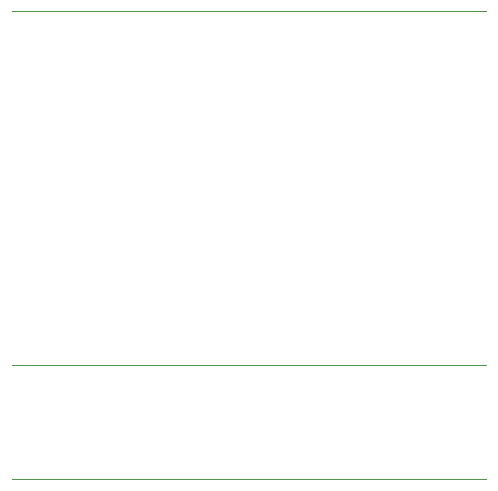
<source format=gbr>
G75*
G71*
%MOMM*%
%OFA0B0*%
%FSLAX53Y53*%
%IPPOS*%
%LPD*%
%ADD10C,0.00100*%
D10*
X0000000Y0040130D02*
X0040130Y0040130D01*
X0000000Y0049780D02*
X0040130Y0049780D01*
X0000000Y0079750D02*
X0040130Y0079750D01*
M02*

</source>
